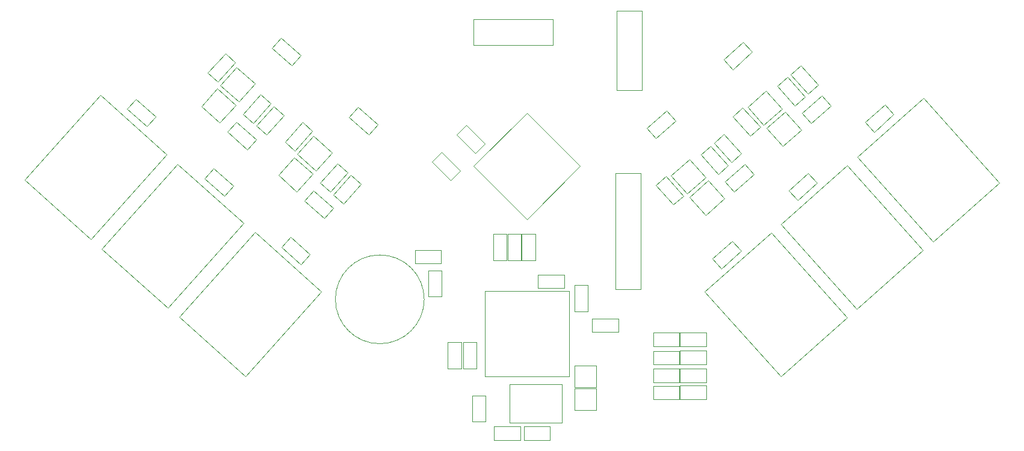
<source format=gbr>
G04 #@! TF.GenerationSoftware,KiCad,Pcbnew,5.1.4*
G04 #@! TF.CreationDate,2019-10-24T14:35:41-03:00*
G04 #@! TF.ProjectId,mswi,6d737769-2e6b-4696-9361-645f70636258,rev?*
G04 #@! TF.SameCoordinates,Original*
G04 #@! TF.FileFunction,Other,User*
%FSLAX46Y46*%
G04 Gerber Fmt 4.6, Leading zero omitted, Abs format (unit mm)*
G04 Created by KiCad (PCBNEW 5.1.4) date 2019-10-24 14:35:41*
%MOMM*%
%LPD*%
G04 APERTURE LIST*
%ADD10C,0.050000*%
G04 APERTURE END LIST*
D10*
X132813965Y-93417997D02*
G75*
G03X132813965Y-93417997I-6250000J0D01*
G01*
X106373525Y-60737654D02*
X108982691Y-63070518D01*
X104107315Y-63272272D02*
X106373525Y-60737654D01*
X106716481Y-65605136D02*
X104107315Y-63272272D01*
X108982691Y-63070518D02*
X106716481Y-65605136D01*
X163295981Y-75687978D02*
X159695981Y-75687978D01*
X163295981Y-91987978D02*
X163295981Y-75687978D01*
X159695981Y-91987978D02*
X163295981Y-91987978D01*
X159695981Y-75687978D02*
X159695981Y-91987978D01*
X131499965Y-86491997D02*
X135199965Y-86491997D01*
X131499965Y-88391997D02*
X131499965Y-86491997D01*
X135199965Y-88391997D02*
X131499965Y-88391997D01*
X135199965Y-86491997D02*
X135199965Y-88391997D01*
X133399965Y-93041997D02*
X133399965Y-89341997D01*
X135299965Y-93041997D02*
X133399965Y-93041997D01*
X135299965Y-89341997D02*
X135299965Y-93041997D01*
X133399965Y-89341997D02*
X135299965Y-89341997D01*
X139767341Y-74673081D02*
X147262673Y-82168413D01*
X147262673Y-67177749D02*
X154758005Y-74673081D01*
X154758005Y-74673081D02*
X147262673Y-82168413D01*
X147262673Y-67177749D02*
X139767341Y-74673081D01*
X141333978Y-104253978D02*
X153193978Y-104253978D01*
X141333978Y-92213978D02*
X141333978Y-104253978D01*
X153193978Y-92213978D02*
X141333978Y-92213978D01*
X153193978Y-104253978D02*
X153193978Y-92213978D01*
X144795981Y-110791997D02*
X152195981Y-110791997D01*
X144795981Y-105391997D02*
X144795981Y-110791997D01*
X152195981Y-105391997D02*
X144795981Y-105391997D01*
X152195981Y-110791997D02*
X152195981Y-105391997D01*
X153987978Y-102787978D02*
X156987978Y-102787978D01*
X153987978Y-102787978D02*
X153987978Y-105787978D01*
X156987978Y-105787978D02*
X156987978Y-102787978D01*
X156987978Y-105787978D02*
X153987978Y-105787978D01*
X153987978Y-105987978D02*
X156987978Y-105987978D01*
X153987978Y-105987978D02*
X153987978Y-108987978D01*
X156987978Y-108987978D02*
X156987978Y-105987978D01*
X156987978Y-108987978D02*
X153987978Y-108987978D01*
X118316984Y-92301123D02*
X107639134Y-104243649D01*
X118316984Y-92301123D02*
X108998534Y-83969467D01*
X98320684Y-95911993D02*
X107639134Y-104243649D01*
X98320684Y-95911993D02*
X108998534Y-83969467D01*
X192320808Y-74536805D02*
X202998658Y-86479330D01*
X192320808Y-74536805D02*
X183002358Y-82868461D01*
X193680208Y-94810986D02*
X202998658Y-86479330D01*
X193680208Y-94810986D02*
X183002358Y-82868461D01*
X96568886Y-72995113D02*
X85891036Y-84937639D01*
X96568886Y-72995113D02*
X87250436Y-64663457D01*
X76572586Y-76605983D02*
X85891036Y-84937639D01*
X76572586Y-76605983D02*
X87250436Y-64663457D01*
X181620808Y-84036805D02*
X192298658Y-95979330D01*
X181620808Y-84036805D02*
X172302358Y-92368461D01*
X182980208Y-104310986D02*
X192298658Y-95979330D01*
X182980208Y-104310986D02*
X172302358Y-92368461D01*
X203076479Y-65038860D02*
X213754329Y-76981385D01*
X203076479Y-65038860D02*
X193758029Y-73370516D01*
X204435879Y-85313041D02*
X213754329Y-76981385D01*
X204435879Y-85313041D02*
X193758029Y-73370516D01*
X107434536Y-82710125D02*
X96756686Y-94652651D01*
X107434536Y-82710125D02*
X98116086Y-74378469D01*
X87438236Y-86320995D02*
X96756686Y-94652651D01*
X87438236Y-86320995D02*
X98116086Y-74378469D01*
X120019729Y-78706895D02*
X122485899Y-75948634D01*
X121436133Y-79973306D02*
X120019729Y-78706895D01*
X123902303Y-77215045D02*
X121436133Y-79973306D01*
X122485899Y-75948634D02*
X123902303Y-77215045D01*
X176049101Y-74168010D02*
X173582931Y-71409749D01*
X177465505Y-72901599D02*
X176049101Y-74168010D01*
X174999335Y-70143338D02*
X177465505Y-72901599D01*
X173582931Y-71409749D02*
X174999335Y-70143338D01*
X118734655Y-82019550D02*
X115976394Y-79553380D01*
X120001066Y-80603146D02*
X118734655Y-82019550D01*
X117242805Y-78136976D02*
X120001066Y-80603146D01*
X115976394Y-79553380D02*
X117242805Y-78136976D01*
X179197865Y-75814334D02*
X176439604Y-78280504D01*
X177931454Y-74397930D02*
X179197865Y-75814334D01*
X175173193Y-76864100D02*
X177931454Y-74397930D01*
X176439604Y-78280504D02*
X175173193Y-76864100D01*
X113210192Y-71244913D02*
X115676362Y-68486652D01*
X114626596Y-72511324D02*
X113210192Y-71244913D01*
X117092766Y-69753063D02*
X114626596Y-72511324D01*
X115676362Y-68486652D02*
X117092766Y-69753063D01*
X167874570Y-80103330D02*
X165408400Y-77345069D01*
X169290974Y-78836919D02*
X167874570Y-80103330D01*
X166824804Y-76078658D02*
X169290974Y-78836919D01*
X165408400Y-77345069D02*
X166824804Y-76078658D01*
X186858503Y-64503289D02*
X184392333Y-61745028D01*
X188274907Y-63236878D02*
X186858503Y-64503289D01*
X185808737Y-60478617D02*
X188274907Y-63236878D01*
X184392333Y-61745028D02*
X185808737Y-60478617D01*
X109173053Y-69008848D02*
X111639223Y-66250587D01*
X110589457Y-70275259D02*
X109173053Y-69008848D01*
X113055627Y-67516998D02*
X110589457Y-70275259D01*
X111639223Y-66250587D02*
X113055627Y-67516998D01*
X190007267Y-66149613D02*
X187249006Y-68615783D01*
X188740856Y-64733209D02*
X190007267Y-66149613D01*
X185982595Y-67199379D02*
X188740856Y-64733209D01*
X187249006Y-68615783D02*
X185982595Y-67199379D01*
X107887979Y-72321503D02*
X105129718Y-69855333D01*
X109154390Y-70905099D02*
X107887979Y-72321503D01*
X106396129Y-68438929D02*
X109154390Y-70905099D01*
X105129718Y-69855333D02*
X106396129Y-68438929D01*
X178683972Y-70438609D02*
X176217802Y-67680348D01*
X180100376Y-69172198D02*
X178683972Y-70438609D01*
X177634206Y-66413937D02*
X180100376Y-69172198D01*
X176217802Y-67680348D02*
X177634206Y-66413937D01*
X102363516Y-61546866D02*
X104829686Y-58788605D01*
X103779920Y-62813277D02*
X102363516Y-61546866D01*
X106246090Y-60055016D02*
X103779920Y-62813277D01*
X104829686Y-58788605D02*
X106246090Y-60055016D01*
X168743562Y-100036397D02*
X165043562Y-100036397D01*
X168743562Y-98136397D02*
X168743562Y-100036397D01*
X165043562Y-98136397D02*
X168743562Y-98136397D01*
X165043562Y-100036397D02*
X165043562Y-98136397D01*
X168743562Y-102595197D02*
X165043562Y-102595197D01*
X168743562Y-100695197D02*
X168743562Y-102595197D01*
X165043562Y-100695197D02*
X168743562Y-100695197D01*
X165043562Y-102595197D02*
X165043562Y-100695197D01*
X168743562Y-105095063D02*
X165043562Y-105095063D01*
X168743562Y-103195063D02*
X168743562Y-105095063D01*
X165043562Y-103195063D02*
X168743562Y-103195063D01*
X165043562Y-105095063D02*
X165043562Y-103195063D01*
X168743562Y-107493330D02*
X165043562Y-107493330D01*
X168743562Y-105593330D02*
X168743562Y-107493330D01*
X165043562Y-105593330D02*
X168743562Y-105593330D01*
X165043562Y-107493330D02*
X165043562Y-105593330D01*
X146545981Y-87937978D02*
X146545981Y-84237978D01*
X148445981Y-87937978D02*
X146545981Y-87937978D01*
X148445981Y-84237978D02*
X148445981Y-87937978D01*
X146545981Y-84237978D02*
X148445981Y-84237978D01*
X144545981Y-87937978D02*
X144545981Y-84237978D01*
X146445981Y-87937978D02*
X144545981Y-87937978D01*
X146445981Y-84237978D02*
X146445981Y-87937978D01*
X144545981Y-84237978D02*
X146445981Y-84237978D01*
X142545981Y-87937978D02*
X142545981Y-84237978D01*
X144445981Y-87937978D02*
X142545981Y-87937978D01*
X144445981Y-84237978D02*
X144445981Y-87937978D01*
X142545981Y-84237978D02*
X144445981Y-84237978D01*
X140187978Y-99467978D02*
X140187978Y-103167978D01*
X138287978Y-99467978D02*
X140187978Y-99467978D01*
X138287978Y-103167978D02*
X138287978Y-99467978D01*
X140187978Y-103167978D02*
X138287978Y-103167978D01*
X142637978Y-111337978D02*
X146337978Y-111337978D01*
X142637978Y-113237978D02*
X142637978Y-111337978D01*
X146337978Y-113237978D02*
X142637978Y-113237978D01*
X146337978Y-111337978D02*
X146337978Y-113237978D01*
X139539181Y-110650397D02*
X139539181Y-106950397D01*
X141439181Y-110650397D02*
X139539181Y-110650397D01*
X141439181Y-106950397D02*
X141439181Y-110650397D01*
X139539181Y-106950397D02*
X141439181Y-106950397D01*
X117220201Y-70435702D02*
X119829367Y-72768566D01*
X114953991Y-72970320D02*
X117220201Y-70435702D01*
X117563157Y-75303184D02*
X114953991Y-72970320D01*
X119829367Y-72768566D02*
X117563157Y-75303184D01*
X167517394Y-76028111D02*
X170126560Y-73695247D01*
X169783604Y-78562729D02*
X167517394Y-76028111D01*
X172392770Y-76229865D02*
X169783604Y-78562729D01*
X170126560Y-73695247D02*
X172392770Y-76229865D01*
X114554071Y-73417606D02*
X117163237Y-75750470D01*
X112287861Y-75952224D02*
X114554071Y-73417606D01*
X114897027Y-78285088D02*
X112287861Y-75952224D01*
X117163237Y-75750470D02*
X114897027Y-78285088D01*
X170183524Y-79010015D02*
X172792690Y-76677151D01*
X172449734Y-81544633D02*
X170183524Y-79010015D01*
X175058900Y-79211769D02*
X172449734Y-81544633D01*
X172792690Y-76677151D02*
X175058900Y-79211769D01*
X178326796Y-66363390D02*
X180935962Y-64030526D01*
X180593006Y-68898008D02*
X178326796Y-66363390D01*
X183202172Y-66565144D02*
X180593006Y-68898008D01*
X180935962Y-64030526D02*
X183202172Y-66565144D01*
X180992926Y-69345294D02*
X183602092Y-67012430D01*
X183259136Y-71879912D02*
X180992926Y-69345294D01*
X185868302Y-69547048D02*
X183259136Y-71879912D01*
X183602092Y-67012430D02*
X185868302Y-69547048D01*
X103707395Y-63719558D02*
X106316561Y-66052422D01*
X101441185Y-66254176D02*
X103707395Y-63719558D01*
X104050351Y-68587040D02*
X101441185Y-66254176D01*
X106316561Y-66052422D02*
X104050351Y-68587040D01*
X139755981Y-53991997D02*
X139755981Y-57591997D01*
X150955981Y-53991997D02*
X139755981Y-53991997D01*
X150955981Y-57591997D02*
X150955981Y-53991997D01*
X139755981Y-57591997D02*
X150955981Y-57591997D01*
X163495981Y-52791997D02*
X159895981Y-52791997D01*
X163495981Y-63991997D02*
X163495981Y-52791997D01*
X159895981Y-63991997D02*
X163495981Y-63991997D01*
X159895981Y-52791997D02*
X159895981Y-63991997D01*
X113978435Y-84632739D02*
X116736696Y-87098909D01*
X112712024Y-86049143D02*
X113978435Y-84632739D01*
X115470285Y-88515313D02*
X112712024Y-86049143D01*
X116736696Y-87098909D02*
X115470285Y-88515313D01*
X184085167Y-78090746D02*
X186843428Y-75624576D01*
X185351578Y-79507150D02*
X184085167Y-78090746D01*
X188109839Y-77040980D02*
X185351578Y-79507150D01*
X186843428Y-75624576D02*
X188109839Y-77040980D01*
X124983732Y-70229371D02*
X122225471Y-67763201D01*
X126250143Y-68812967D02*
X124983732Y-70229371D01*
X123491882Y-66346797D02*
X126250143Y-68812967D01*
X122225471Y-67763201D02*
X123491882Y-66346797D01*
X168177741Y-68289963D02*
X165419480Y-70756133D01*
X166911330Y-66873559D02*
X168177741Y-68289963D01*
X164153069Y-69339729D02*
X166911330Y-66873559D01*
X165419480Y-70756133D02*
X164153069Y-69339729D01*
X92258800Y-65213145D02*
X95017061Y-67679315D01*
X90992389Y-66629549D02*
X92258800Y-65213145D01*
X93750650Y-69095719D02*
X90992389Y-66629549D01*
X95017061Y-67679315D02*
X93750650Y-69095719D01*
X173378831Y-87663316D02*
X176137092Y-85197146D01*
X174645242Y-89079720D02*
X173378831Y-87663316D01*
X177403503Y-86613550D02*
X174645242Y-89079720D01*
X176137092Y-85197146D02*
X177403503Y-86613550D01*
X178960687Y-58595653D02*
X176202426Y-61061823D01*
X177694276Y-57179249D02*
X178960687Y-58595653D01*
X174936015Y-59645419D02*
X177694276Y-57179249D01*
X176202426Y-61061823D02*
X174936015Y-59645419D01*
X114163512Y-60501735D02*
X111405251Y-58035565D01*
X115429923Y-59085331D02*
X114163512Y-60501735D01*
X112671662Y-56619161D02*
X115429923Y-59085331D01*
X111405251Y-58035565D02*
X112671662Y-56619161D01*
X194862568Y-68454637D02*
X197620829Y-65988467D01*
X196128979Y-69871041D02*
X194862568Y-68454637D01*
X198887240Y-67404871D02*
X196128979Y-69871041D01*
X197620829Y-65988467D02*
X198887240Y-67404871D01*
X103181630Y-74979281D02*
X105939891Y-77445451D01*
X101915219Y-76395685D02*
X103181630Y-74979281D01*
X104673480Y-78861855D02*
X101915219Y-76395685D01*
X105939891Y-77445451D02*
X104673480Y-78861855D01*
X168773562Y-98136397D02*
X172473562Y-98136397D01*
X168773562Y-100036397D02*
X168773562Y-98136397D01*
X172473562Y-100036397D02*
X168773562Y-100036397D01*
X172473562Y-98136397D02*
X172473562Y-100036397D01*
X168773562Y-100678194D02*
X172473562Y-100678194D01*
X168773562Y-102578194D02*
X168773562Y-100678194D01*
X172473562Y-102578194D02*
X168773562Y-102578194D01*
X172473562Y-100678194D02*
X172473562Y-102578194D01*
X168773562Y-103183727D02*
X172473562Y-103183727D01*
X168773562Y-105083727D02*
X168773562Y-103183727D01*
X172473562Y-105083727D02*
X168773562Y-105083727D01*
X172473562Y-103183727D02*
X172473562Y-105083727D01*
X168773562Y-105587662D02*
X172473562Y-105587662D01*
X168773562Y-107487662D02*
X168773562Y-105587662D01*
X172473562Y-107487662D02*
X168773562Y-107487662D01*
X172473562Y-105587662D02*
X172473562Y-107487662D01*
X122038613Y-75548714D02*
X119572443Y-78306975D01*
X120622209Y-74282303D02*
X122038613Y-75548714D01*
X118156039Y-77040564D02*
X120622209Y-74282303D01*
X119572443Y-78306975D02*
X118156039Y-77040564D01*
X173135645Y-71809669D02*
X175601815Y-74567930D01*
X171719241Y-73076080D02*
X173135645Y-71809669D01*
X174185411Y-75834341D02*
X171719241Y-73076080D01*
X175601815Y-74567930D02*
X174185411Y-75834341D01*
X183945047Y-62144948D02*
X186411217Y-64903209D01*
X182528643Y-63411359D02*
X183945047Y-62144948D01*
X184994813Y-66169620D02*
X182528643Y-63411359D01*
X186411217Y-64903209D02*
X184994813Y-66169620D01*
X111191937Y-65850667D02*
X108725767Y-68608928D01*
X109775533Y-64584256D02*
X111191937Y-65850667D01*
X107309363Y-67342517D02*
X109775533Y-64584256D01*
X108725767Y-68608928D02*
X107309363Y-67342517D01*
X138705506Y-68889050D02*
X141321801Y-71505345D01*
X137362003Y-70232553D02*
X138705506Y-68889050D01*
X139978298Y-72848848D02*
X137362003Y-70232553D01*
X141321801Y-71505345D02*
X139978298Y-72848848D01*
X135259585Y-72708079D02*
X137875880Y-75324374D01*
X133916082Y-74051582D02*
X135259585Y-72708079D01*
X136532377Y-76667877D02*
X133916082Y-74051582D01*
X137875880Y-75324374D02*
X136532377Y-76667877D01*
X138015981Y-99471997D02*
X138015981Y-103171997D01*
X136115981Y-99471997D02*
X138015981Y-99471997D01*
X136115981Y-103171997D02*
X136115981Y-99471997D01*
X138015981Y-103171997D02*
X136115981Y-103171997D01*
X155837978Y-91437978D02*
X155837978Y-95137978D01*
X153937978Y-91437978D02*
X155837978Y-91437978D01*
X153937978Y-95137978D02*
X153937978Y-91437978D01*
X155837978Y-95137978D02*
X153937978Y-95137978D01*
X160137978Y-98037978D02*
X156437978Y-98037978D01*
X160137978Y-96137978D02*
X160137978Y-98037978D01*
X156437978Y-96137978D02*
X160137978Y-96137978D01*
X156437978Y-98037978D02*
X156437978Y-96137978D01*
X150537978Y-113237978D02*
X146837978Y-113237978D01*
X150537978Y-111337978D02*
X150537978Y-113237978D01*
X146837978Y-111337978D02*
X150537978Y-111337978D01*
X146837978Y-113237978D02*
X146837978Y-111337978D01*
X152537978Y-91837978D02*
X148837978Y-91837978D01*
X152537978Y-89937978D02*
X152537978Y-91837978D01*
X148837978Y-89937978D02*
X152537978Y-89937978D01*
X148837978Y-91837978D02*
X148837978Y-89937978D01*
M02*

</source>
